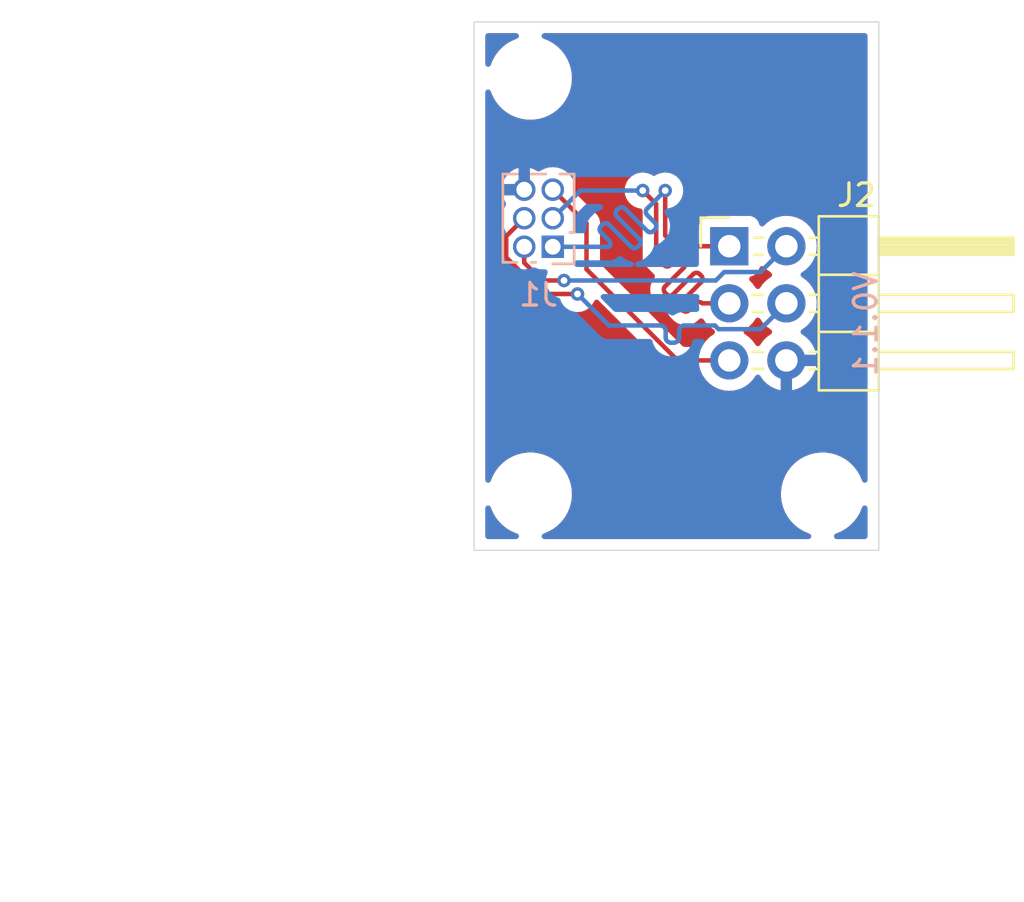
<source format=kicad_pcb>
(kicad_pcb (version 20240108) (generator "pcbnew") (generator_version "8.0")
  (title_block (title "Timer Programmer") (date "2024-05-26") (rev "V0.1.1") (company "Mines Rocket Club") (comment 1 "Andrew Wu"))
  (layers (0 "F.Cu" signal) (31 "B.Cu" signal) (34 "B.Paste" user) (35 "F.Paste" user) (36 "B.SilkS" user "B.Silkscreen") (37 "F.SilkS" user "F.Silkscreen") (38 "B.Mask" user) (39 "F.Mask" user) (44 "Edge.Cuts" user))
  (net 0 "")
  (net 1 "MOSI")
  (net 2 "GND")
  (net 3 "SCLK")
  (net 4 "~{RESET}")
  (net 5 "MISO")
  (net 6 "VCC")
  (footprint "MountingHole:MountingHole_3.2mm_M3" (layer "F.Cu") (at 202.5 79)
    (property "Reference" "H3" (hide yes))
    (property "Value" "MountingHole" (hide yes))
    (pad "" np_thru_hole circle (at 0 0) (size 3.2 3.2) (drill 3.2) (layers "*.Cu" "*.Mask"))
  )
  (footprint "Connector_PinHeader_2.54mm:PinHeader_2x03_P2.54mm_Horizontal" (layer "F.Cu") (at 211.35 86.475)
    (property "Reference" "J2" (at 5.655 -2.27 0) (layer "F.SilkS"))
    (property "Value" "AVR-ISP-6")
    (fp_line (start -1.27 -1.27) (end 0 -1.27) (stroke (width 0.12)) (layer "F.SilkS"))
    (fp_line (start -1.27 0) (end -1.27 -1.27) (stroke (width 0.12)) (layer "F.SilkS"))
    (fp_line (start 1.042929 2.16) (end 1.497071 2.16) (stroke (width 0.12)) (layer "F.SilkS"))
    (fp_line (start 1.042929 2.92) (end 1.497071 2.92) (stroke (width 0.12)) (layer "F.SilkS"))
    (fp_line (start 1.042929 4.7) (end 1.497071 4.7) (stroke (width 0.12)) (layer "F.SilkS"))
    (fp_line (start 1.042929 5.46) (end 1.497071 5.46) (stroke (width 0.12)) (layer "F.SilkS"))
    (fp_line (start 1.11 -0.38) (end 1.497071 -0.38) (stroke (width 0.12)) (layer "F.SilkS"))
    (fp_line (start 1.11 0.38) (end 1.497071 0.38) (stroke (width 0.12)) (layer "F.SilkS"))
    (fp_line (start 3.582929 -0.38) (end 3.98 -0.38) (stroke (width 0.12)) (layer "F.SilkS"))
    (fp_line (start 3.582929 0.38) (end 3.98 0.38) (stroke (width 0.12)) (layer "F.SilkS"))
    (fp_line (start 3.582929 2.16) (end 3.98 2.16) (stroke (width 0.12)) (layer "F.SilkS"))
    (fp_line (start 3.582929 2.92) (end 3.98 2.92) (stroke (width 0.12)) (layer "F.SilkS"))
    (fp_line (start 3.582929 4.7) (end 3.98 4.7) (stroke (width 0.12)) (layer "F.SilkS"))
    (fp_line (start 3.582929 5.46) (end 3.98 5.46) (stroke (width 0.12)) (layer "F.SilkS"))
    (fp_line (start 3.98 -1.33) (end 3.98 6.41) (stroke (width 0.12)) (layer "F.SilkS"))
    (fp_line (start 3.98 1.27) (end 6.64 1.27) (stroke (width 0.12)) (layer "F.SilkS"))
    (fp_line (start 3.98 3.81) (end 6.64 3.81) (stroke (width 0.12)) (layer "F.SilkS"))
    (fp_line (start 3.98 6.41) (end 6.64 6.41) (stroke (width 0.12)) (layer "F.SilkS"))
    (fp_line (start 6.64 -1.33) (end 3.98 -1.33) (stroke (width 0.12)) (layer "F.SilkS"))
    (fp_line (start 6.64 -0.38) (end 12.64 -0.38) (stroke (width 0.12)) (layer "F.SilkS"))
    (fp_line (start 6.64 -0.32) (end 12.64 -0.32) (stroke (width 0.12)) (layer "F.SilkS"))
    (fp_line (start 6.64 -0.2) (end 12.64 -0.2) (stroke (width 0.12)) (layer "F.SilkS"))
    (fp_line (start 6.64 -0.08) (end 12.64 -0.08) (stroke (width 0.12)) (layer "F.SilkS"))
    (fp_line (start 6.64 0.04) (end 12.64 0.04) (stroke (width 0.12)) (layer "F.SilkS"))
    (fp_line (start 6.64 0.16) (end 12.64 0.16) (stroke (width 0.12)) (layer "F.SilkS"))
    (fp_line (start 6.64 0.28) (end 12.64 0.28) (stroke (width 0.12)) (layer "F.SilkS"))
    (fp_line (start 6.64 2.16) (end 12.64 2.16) (stroke (width 0.12)) (layer "F.SilkS"))
    (fp_line (start 6.64 4.7) (end 12.64 4.7) (stroke (width 0.12)) (layer "F.SilkS"))
    (fp_line (start 6.64 6.41) (end 6.64 -1.33) (stroke (width 0.12)) (layer "F.SilkS"))
    (fp_line (start 12.64 -0.38) (end 12.64 0.38) (stroke (width 0.12)) (layer "F.SilkS"))
    (fp_line (start 12.64 0.38) (end 6.64 0.38) (stroke (width 0.12)) (layer "F.SilkS"))
    (fp_line (start 12.64 2.16) (end 12.64 2.92) (stroke (width 0.12)) (layer "F.SilkS"))
    (fp_line (start 12.64 2.92) (end 6.64 2.92) (stroke (width 0.12)) (layer "F.SilkS"))
    (fp_line (start 12.64 4.7) (end 12.64 5.46) (stroke (width 0.12)) (layer "F.SilkS"))
    (fp_line (start 12.64 5.46) (end 6.64 5.46) (stroke (width 0.12)) (layer "F.SilkS"))
    (pad "1" thru_hole rect (at 0 0) (size 1.7 1.7) (drill 1) (layers "*.Cu" "*.Mask") (net 5 "MISO"))
    (pad "2" thru_hole oval (at 2.54 0) (size 1.7 1.7) (drill 1) (layers "*.Cu" "*.Mask") (net 6 "VCC"))
    (pad "3" thru_hole oval (at 0 2.54) (size 1.7 1.7) (drill 1) (layers "*.Cu" "*.Mask") (net 3 "SCLK"))
    (pad "4" thru_hole oval (at 2.54 2.54) (size 1.7 1.7) (drill 1) (layers "*.Cu" "*.Mask") (net 1 "MOSI"))
    (pad "5" thru_hole oval (at 0 5.08) (size 1.7 1.7) (drill 1) (layers "*.Cu" "*.Mask") (net 4 "~{RESET}"))
    (pad "6" thru_hole oval (at 2.54 5.08) (size 1.7 1.7) (drill 1) (layers "*.Cu" "*.Mask") (net 2 "GND"))
  )
  (footprint "MountingHole:MountingHole_3.2mm_M3" (layer "F.Cu") (at 202.5 97.5)
    (property "Reference" "H1" (hide yes))
    (property "Value" "MountingHole" (hide yes))
    (pad "" np_thru_hole circle (at 0 0) (size 3.2 3.2) (drill 3.2) (layers "*.Cu" "*.Mask"))
  )
  (footprint "MountingHole:MountingHole_3.2mm_M3" (layer "F.Cu") (at 215.5 97.5)
    (property "Reference" "H2" (hide yes))
    (property "Value" "MountingHole" (hide yes))
    (pad "" np_thru_hole circle (at 0 0) (size 3.2 3.2) (drill 3.2) (layers "*.Cu" "*.Mask"))
  )
  (footprint "Connector_PinSocket_1.27mm:PinSocket_2x03_P1.27mm_Vertical" (layer "B.Cu") (at 203.5 86.5)
    (property "Reference" "J1" (at -0.635 2.135 0) (layer "B.SilkS") (effects (justify mirror)))
    (property "Value" "AVR-ISP-6")
    (fp_line (start -2.22 -3.235) (end -2.22 0.695) (stroke (width 0.12)) (layer "B.SilkS"))
    (fp_line (start -1.57753 -3.235) (end -2.22 -3.235) (stroke (width 0.12)) (layer "B.SilkS"))
    (fp_line (start -1.57753 0.695) (end -2.22 0.695) (stroke (width 0.12)) (layer "B.SilkS"))
    (fp_line (start -0.76 0.695) (end -0.96247 0.695) (stroke (width 0.12)) (layer "B.SilkS"))
    (fp_line (start -0.30753 -3.235) (end -0.96247 -3.235) (stroke (width 0.12)) (layer "B.SilkS"))
    (fp_line (start 0.95 -3.235) (end 0.30753 -3.235) (stroke (width 0.12)) (layer "B.SilkS"))
    (fp_line (start 0.95 -3.235) (end 0.95 -0.635) (stroke (width 0.12)) (layer "B.SilkS"))
    (fp_line (start 0.95 -0.635) (end 0.76 -0.635) (stroke (width 0.12)) (layer "B.SilkS"))
    (fp_line (start 0.95 0) (end 0.95 0.76) (stroke (width 0.12)) (layer "B.SilkS"))
    (fp_line (start 0.95 0.76) (end 0 0.76) (stroke (width 0.12)) (layer "B.SilkS"))
    (pad "1" thru_hole rect (at 0 0) (size 1 1) (drill 0.7) (layers "*.Cu" "*.Mask") (net 5 "MISO"))
    (pad "2" thru_hole oval (at -1.27 0) (size 1 1) (drill 0.7) (layers "*.Cu" "*.Mask") (net 6 "VCC"))
    (pad "3" thru_hole oval (at 0 -1.27) (size 1 1) (drill 0.7) (layers "*.Cu" "*.Mask") (net 3 "SCLK"))
    (pad "4" thru_hole oval (at -1.27 -1.27) (size 1 1) (drill 0.7) (layers "*.Cu" "*.Mask") (net 1 "MOSI"))
    (pad "5" thru_hole oval (at 0 -2.54) (size 1 1) (drill 0.7) (layers "*.Cu" "*.Mask") (net 4 "~{RESET}"))
    (pad "6" thru_hole oval (at -1.27 -2.54) (size 1 1) (drill 0.7) (layers "*.Cu" "*.Mask") (net 2 "GND"))
  )
  (gr_rect (start 200 76.5) (end 218 100) (stroke (width 0.05)) (fill none) (layer "Edge.Cuts"))
  (gr_text "${REVISION}" (at 218 87.5 90) (layer "B.SilkS") (effects (font (size 1 1)) (justify left bottom mirror)))
  (segment (start 203.057208 88.6) (end 204 88.6) (width 0.2) (layer "F.Cu") (net 1))
  (segment (start 201.43 86.03) (end 201.43 86.5) (width 0.2) (layer "F.Cu") (net 1))
  (segment (start 201.43 86.972792) (end 202.478604 88.021396) (width 0.2) (layer "F.Cu") (net 1))
  (segment (start 202.478604 88.021396) (end 203.057208 88.6) (width 0.2) (layer "F.Cu") (net 1))
  (segment (start 201.43 86.5) (end 201.43 86.972792) (width 0.2) (layer "F.Cu") (net 1))
  (segment (start 202.23 85.23) (end 201.43 86.03) (width 0.2) (layer "F.Cu") (net 1))
  (segment (start 204 88.6) (end 204.6 88.6) (width 0.2) (layer "F.Cu") (net 1))
  (via (at 204.6 88.6) (size 0.6) (drill 0.3) (layers "F.Cu" "B.Cu") (net 1))
  (segment (start 209.120467 90.24) (end 209.120467 90.527187) (width 0.2) (layer "B.Cu") (net 1))
  (segment (start 208.880467 90.767187) (end 208.760467 90.767187) (width 0.2) (layer "B.Cu") (net 1))
  (segment (start 213.89 89.015) (end 212.74 90.165) (width 0.2) (layer "B.Cu") (net 1))
  (segment (start 208.280467 90) (end 208.160467 90) (width 0.2) (layer "B.Cu") (net 1))
  (segment (start 210.873654 90.165) (end 210.708654 90) (width 0.2) (layer "B.Cu") (net 1))
  (segment (start 208.160467 90) (end 207.94831 90) (width 0.2) (layer "B.Cu") (net 1))
  (segment (start 212.74 90.165) (end 210.873654 90.165) (width 0.2) (layer "B.Cu") (net 1))
  (segment (start 210.708654 90) (end 209.360467 90) (width 0.2) (layer "B.Cu") (net 1))
  (segment (start 206 90) (end 204.6 88.6) (width 0.2) (layer "B.Cu") (net 1))
  (segment (start 207.94831 90) (end 206 90) (width 0.2) (layer "B.Cu") (net 1))
  (segment (start 208.520467 90.527187) (end 208.520467 90.24) (width 0.2) (layer "B.Cu") (net 1))
  (arc (start 208.520467 90.24) (mid 208.450173 90.070294) (end 208.280467 90) (width 0.2) (layer "B.Cu") (net 1))
  (arc (start 209.360467 90) (mid 209.190761 90.070294) (end 209.120467 90.24) (width 0.2) (layer "B.Cu") (net 1))
  (arc (start 209.120467 90.527187) (mid 209.050173 90.696893) (end 208.880467 90.767187) (width 0.2) (layer "B.Cu") (net 1))
  (arc (start 208.760467 90.767187) (mid 208.590761 90.696893) (end 208.520467 90.527187) (width 0.2) (layer "B.Cu") (net 1))
  (segment (start 208.450857 87.317938) (end 208.380147 87.247228) (width 0.2) (layer "F.Cu") (net 3))
  (segment (start 209.203025 88.969939) (end 209.511521 88.661444) (width 0.2) (layer "F.Cu") (net 3))
  (segment (start 208.971469 87.08017) (end 208.7337 87.317938) (width 0.2) (layer "F.Cu") (net 3))
  (segment (start 208.566646 88.616367) (end 208.495933 88.545654) (width 0.2) (layer "F.Cu") (net 3))
  (segment (start 209.865075 89.014999) (end 209.55658 89.323495) (width 0.2) (layer "F.Cu") (net 3))
  (segment (start 208.94583 87.812912) (end 208.945833 87.812914) (width 0.2) (layer "F.Cu") (net 3))
  (segment (start 211.35 89.015) (end 210.147919 89.015) (width 0.2) (layer "F.Cu") (net 3))
  (segment (start 208.1 86.967081) (end 208.1 84.6) (width 0.2) (layer "F.Cu") (net 3))
  (segment (start 208.495933 88.262812) (end 208.94583 87.812912) (width 0.2) (layer "F.Cu") (net 3))
  (segment (start 209.749304 87.716551) (end 209.299387 88.166467) (width 0.2) (layer "F.Cu") (net 3))
  (segment (start 208.945833 87.812914) (end 209.325023 87.433723) (width 0.2) (layer "F.Cu") (net 3))
  (segment (start 208.380147 87.247228) (end 208.1 86.967081) (width 0.2) (layer "F.Cu") (net 3))
  (segment (start 209.273738 89.323495) (end 209.203026 89.252783) (width 0.2) (layer "F.Cu") (net 3))
  (segment (start 210.102859 87.787264) (end 210.032146 87.716551) (width 0.2) (layer "F.Cu") (net 3))
  (segment (start 209.511521 88.661444) (end 210.102859 88.070107) (width 0.2) (layer "F.Cu") (net 3))
  (segment (start 209.299388 88.166469) (end 208.849488 88.616366) (width 0.2) (layer "F.Cu") (net 3))
  (segment (start 209.299387 88.166467) (end 209.299388 88.166469) (width 0.2) (layer "F.Cu") (net 3))
  (segment (start 209.325023 87.150881) (end 209.254312 87.08017) (width 0.2) (layer "F.Cu") (net 3))
  (segment (start 208.1 84.6) (end 207.5 84) (width 0.2) (layer "F.Cu") (net 3))
  (via (at 207.5 84) (size 0.6) (drill 0.3) (layers "F.Cu" "B.Cu") (net 3))
  (arc (start 210.147919 89.015) (mid 210.006498 88.956421) (end 209.865075 89.014999) (width 0.2) (layer "F.Cu") (net 3))
  (arc (start 208.7337 87.317938) (mid 208.592278 87.376517) (end 208.450857 87.317938) (width 0.2) (layer "F.Cu") (net 3))
  (arc (start 209.254312 87.08017) (mid 209.112891 87.021591) (end 208.971469 87.08017) (width 0.2) (layer "F.Cu") (net 3))
  (arc (start 210.102859 88.070107) (mid 210.161438 87.928685) (end 210.102859 87.787264) (width 0.2) (layer "F.Cu") (net 3))
  (arc (start 210.032146 87.716551) (mid 209.890725 87.657973) (end 209.749304 87.716551) (width 0.2) (layer "F.Cu") (net 3))
  (arc (start 208.495933 88.545654) (mid 208.437354 88.404232) (end 208.495933 88.262812) (width 0.2) (layer "F.Cu") (net 3))
  (arc (start 209.325023 87.433723) (mid 209.383601 87.292302) (end 209.325023 87.150881) (width 0.2) (layer "F.Cu") (net 3))
  (arc (start 209.203026 89.252783) (mid 209.144447 89.111362) (end 209.203025 88.969939) (width 0.2) (layer "F.Cu") (net 3))
  (arc (start 208.849488 88.616366) (mid 208.708067 88.674946) (end 208.566646 88.616367) (width 0.2) (layer "F.Cu") (net 3))
  (arc (start 209.55658 89.323495) (mid 209.415158 89.382072) (end 209.273738 89.323495) (width 0.2) (layer "F.Cu") (net 3))
  (segment (start 207.5 84) (end 204.73 84) (width 0.2) (layer "B.Cu") (net 3))
  (segment (start 204.73 84) (end 203.5 85.23) (width 0.2) (layer "B.Cu") (net 3))
  (segment (start 205 87.5) (end 205 85.46) (width 0.2) (layer "F.Cu") (net 4))
  (segment (start 211.35 91.555) (end 209.055 91.555) (width 0.2) (layer "F.Cu") (net 4))
  (segment (start 205 85.46) (end 203.5 83.96) (width 0.2) (layer "F.Cu") (net 4))
  (segment (start 209.055 91.555) (end 205 87.5) (width 0.2) (layer "F.Cu") (net 4))
  (segment (start 208.5 86) (end 208.5 84) (width 0.2) (layer "F.Cu") (net 5))
  (segment (start 211.35 86.475) (end 208.975 86.475) (width 0.2) (layer "F.Cu") (net 5))
  (segment (start 208.975 86.475) (end 208.5 86) (width 0.2) (layer "F.Cu") (net 5))
  (via (at 208.5 84) (size 0.6) (drill 0.3) (layers "F.Cu" "B.Cu") (net 5))
  (segment (start 206.353556 85.863605) (end 206.494977 86.005026) (width 0.2) (layer "B.Cu") (net 5))
  (segment (start 203.5 86.5) (end 206 86.5) (width 0.2) (layer "B.Cu") (net 5))
  (segment (start 207.697056 84.802941) (end 207.767768 84.732231) (width 0.2) (layer "B.Cu") (net 5))
  (segment (start 205.643686 85.577999) (end 205.714396 85.50729) (width 0.2) (layer "B.Cu") (net 5))
  (segment (start 207.346254 86.149199) (end 206.848526 85.651471) (width 0.2) (layer "B.Cu") (net 5))
  (segment (start 206.848526 85.651471) (end 206.350809 85.153753) (width 0.2) (layer "B.Cu") (net 5))
  (segment (start 206 86.217158) (end 205.643685 85.860843) (width 0.2) (layer "B.Cu") (net 5))
  (segment (start 207.202085 85.297918) (end 207.699802 85.795636) (width 0.2) (layer "B.Cu") (net 5))
  (segment (start 206.494974 86.005026) (end 206.992701 86.502753) (width 0.2) (layer "B.Cu") (net 5))
  (segment (start 207.767768 84.732231) (end 208.375 84.125) (width 0.2) (layer "B.Cu") (net 5))
  (segment (start 205.99724 85.507289) (end 206.353556 85.863605) (width 0.2) (layer "B.Cu") (net 5))
  (segment (start 206.350809 84.870911) (end 206.421523 84.800198) (width 0.2) (layer "B.Cu") (net 5))
  (segment (start 207.982644 85.795636) (end 208.053354 85.724925) (width 0.2) (layer "B.Cu") (net 5))
  (segment (start 207.275544 86.502753) (end 207.346254 86.432042) (width 0.2) (layer "B.Cu") (net 5))
  (segment (start 208.375 84.125) (end 208.5 84) (width 0.2) (layer "B.Cu") (net 5))
  (segment (start 208.053354 85.442082) (end 207.697056 85.085784) (width 0.2) (layer "B.Cu") (net 5))
  (segment (start 206.704365 84.800198) (end 207.202085 85.297918) (width 0.2) (layer "B.Cu") (net 5))
  (segment (start 206.494977 86.005026) (end 206.494974 86.005026) (width 0.2) (layer "B.Cu") (net 5))
  (arc (start 207.699802 85.795636) (mid 207.841223 85.854214) (end 207.982644 85.795636) (width 0.2) (layer "B.Cu") (net 5))
  (arc (start 206.992701 86.502753) (mid 207.134123 86.561331) (end 207.275544 86.502753) (width 0.2) (layer "B.Cu") (net 5))
  (arc (start 206.421523 84.800198) (mid 206.562943 84.741621) (end 206.704365 84.800198) (width 0.2) (layer "B.Cu") (net 5))
  (arc (start 205.714396 85.50729) (mid 205.855819 85.44871) (end 205.99724 85.507289) (width 0.2) (layer "B.Cu") (net 5))
  (arc (start 208.053354 85.724925) (mid 208.111933 85.583503) (end 208.053354 85.442082) (width 0.2) (layer "B.Cu") (net 5))
  (arc (start 207.346254 86.432042) (mid 207.404833 86.29062) (end 207.346254 86.149199) (width 0.2) (layer "B.Cu") (net 5))
  (arc (start 206 86.5) (mid 206.058579 86.358578) (end 206 86.217158) (width 0.2) (layer "B.Cu") (net 5))
  (arc (start 205.643685 85.860843) (mid 205.585107 85.719421) (end 205.643686 85.577999) (width 0.2) (layer "B.Cu") (net 5))
  (arc (start 206.350809 85.153753) (mid 206.292232 85.012331) (end 206.350809 84.870911) (width 0.2) (layer "B.Cu") (net 5))
  (arc (start 207.697056 85.085784) (mid 207.638477 84.944363) (end 207.697056 84.802941) (width 0.2) (layer "B.Cu") (net 5))
  (segment (start 203.022894 88) (end 204 88) (width 0.2) (layer "F.Cu") (net 6))
  (segment (start 202.23 86.5) (end 202.23 87.207106) (width 0.2) (layer "F.Cu") (net 6))
  (segment (start 202.23 87.207106) (end 203.022894 88) (width 0.2) (layer "F.Cu") (net 6))
  (via (at 204 88) (size 0.6) (drill 0.3) (layers "F.Cu" "B.Cu") (net 6))
  (segment (start 212.74 87.625) (end 213.89 86.475) (width 0.2) (layer "B.Cu") (net 6))
  (segment (start 210.75 88) (end 211.125 87.625) (width 0.2) (layer "B.Cu") (net 6))
  (segment (start 211.125 87.625) (end 212.74 87.625) (width 0.2) (layer "B.Cu") (net 6))
  (segment (start 204 88) (end 210.75 88) (width 0.2) (layer "B.Cu") (net 6))
  (zone (net 2) (net_name "GND") (layers "F&B.Cu") (connect_pads (clearance 0.5)) (min_thickness 0.25) (fill yes (thermal_gap 0.5) (thermal_bridge_width 0.5) (island_removal_mode 1) (island_area_min 10))
    (polygon (pts (xy 200 100) (xy 218 100) (xy 218 76.5) (xy 200 76.5)))
  )
)
</source>
